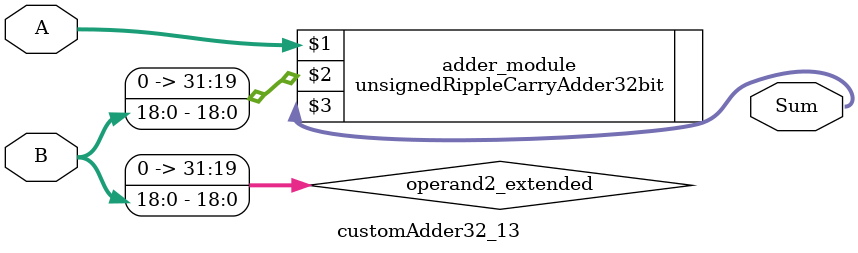
<source format=v>

module customAdder32_13(
                    input [31 : 0] A,
                    input [18 : 0] B,
                    
                    output [32 : 0] Sum
            );

    wire [31 : 0] operand2_extended;
    
    assign operand2_extended =  {13'b0, B};
    
    unsignedRippleCarryAdder32bit adder_module(
        A,
        operand2_extended,
        Sum
    );
    
endmodule
        
</source>
